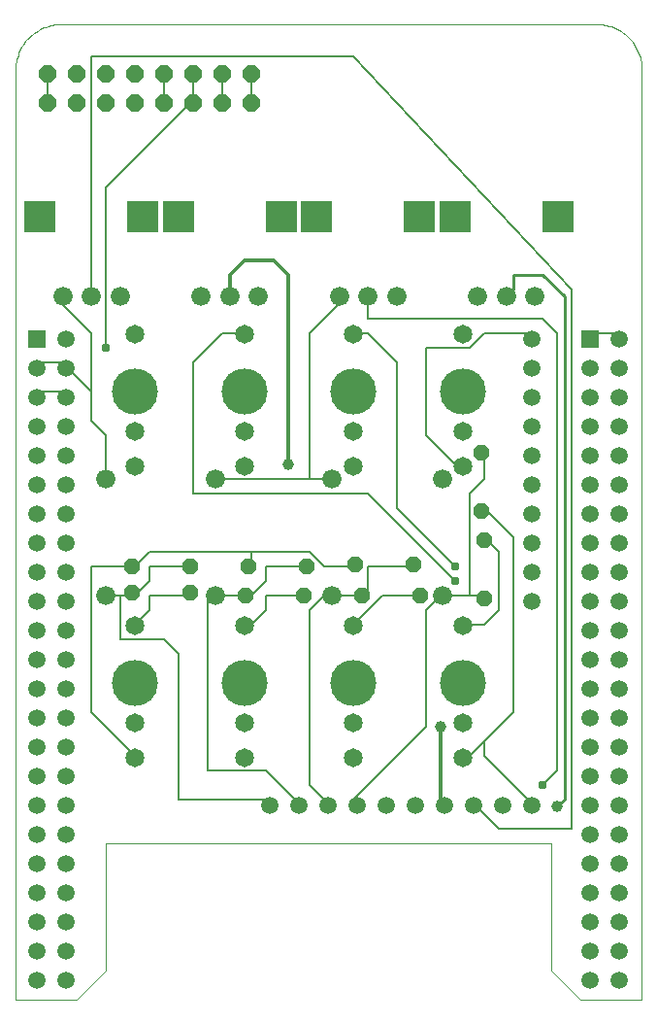
<source format=gtl>
G75*
%MOIN*%
%OFA0B0*%
%FSLAX24Y24*%
%IPPOS*%
%LPD*%
%AMOC8*
5,1,8,0,0,1.08239X$1,22.5*
%
%ADD10C,0.0000*%
%ADD11R,0.0594X0.0594*%
%ADD12C,0.0594*%
%ADD13C,0.0650*%
%ADD14C,0.1581*%
%ADD15OC8,0.0600*%
%ADD16OC8,0.0520*%
%ADD17C,0.0660*%
%ADD18R,0.1102X0.1102*%
%ADD19C,0.0070*%
%ADD20C,0.0100*%
%ADD21C,0.0396*%
%ADD22C,0.0310*%
%ADD23C,0.0120*%
D10*
X000135Y000200D02*
X002235Y000200D01*
X003235Y001200D01*
X003235Y005570D01*
X018535Y005570D01*
X018535Y001200D01*
X019535Y000200D01*
X021635Y000200D01*
X021635Y032070D01*
X021636Y032146D01*
X021632Y032222D01*
X021625Y032297D01*
X021614Y032372D01*
X021600Y032447D01*
X021582Y032521D01*
X021560Y032593D01*
X021535Y032665D01*
X021506Y032735D01*
X021474Y032804D01*
X021439Y032871D01*
X021400Y032936D01*
X021358Y032999D01*
X021313Y033061D01*
X021265Y033119D01*
X021215Y033176D01*
X021161Y033230D01*
X021105Y033281D01*
X021047Y033329D01*
X020986Y033375D01*
X020923Y033417D01*
X020858Y033457D01*
X020791Y033493D01*
X020723Y033525D01*
X020653Y033555D01*
X020582Y033581D01*
X020509Y033603D01*
X020436Y033622D01*
X020361Y033637D01*
X020286Y033648D01*
X020211Y033656D01*
X020135Y033660D01*
X001635Y033660D01*
X001557Y033656D01*
X001479Y033648D01*
X001402Y033636D01*
X001325Y033620D01*
X001249Y033600D01*
X001174Y033576D01*
X001101Y033549D01*
X001029Y033517D01*
X000959Y033483D01*
X000891Y033444D01*
X000824Y033403D01*
X000760Y033358D01*
X000698Y033309D01*
X000639Y033258D01*
X000583Y033204D01*
X000529Y033147D01*
X000478Y033087D01*
X000430Y033025D01*
X000386Y032961D01*
X000345Y032894D01*
X000307Y032826D01*
X000273Y032755D01*
X000242Y032683D01*
X000215Y032609D01*
X000192Y032535D01*
X000173Y032459D01*
X000157Y032382D01*
X000146Y032305D01*
X000138Y032227D01*
X000134Y032148D01*
X000135Y032070D01*
X000135Y000200D01*
D11*
X000875Y022850D03*
X019875Y022850D03*
D12*
X019875Y021850D03*
X019875Y020850D03*
X019875Y019850D03*
X019875Y018850D03*
X019875Y017850D03*
X019875Y016850D03*
X019875Y015850D03*
X019875Y014850D03*
X019875Y013850D03*
X019875Y012850D03*
X019875Y011850D03*
X019875Y010850D03*
X019875Y009850D03*
X019875Y008850D03*
X019875Y007850D03*
X019875Y006850D03*
X019875Y005850D03*
X019875Y004850D03*
X019875Y003850D03*
X019875Y002850D03*
X019875Y001850D03*
X019875Y000850D03*
X020875Y000850D03*
X020875Y001850D03*
X020875Y002850D03*
X020875Y003850D03*
X020875Y004850D03*
X020875Y005850D03*
X020875Y006850D03*
X020875Y007850D03*
X020875Y008850D03*
X020875Y009850D03*
X020875Y010850D03*
X020875Y011850D03*
X020875Y012850D03*
X020875Y013850D03*
X020875Y014850D03*
X020875Y015850D03*
X020875Y016850D03*
X020875Y017850D03*
X020875Y018850D03*
X020875Y019850D03*
X020875Y020850D03*
X020875Y021850D03*
X020875Y022850D03*
X017875Y022850D03*
X017875Y021850D03*
X017875Y020850D03*
X017875Y019850D03*
X017875Y018850D03*
X017875Y017850D03*
X017875Y016850D03*
X017875Y015850D03*
X017875Y014850D03*
X017875Y013850D03*
X017875Y006850D03*
X016875Y006850D03*
X015875Y006850D03*
X014875Y006850D03*
X013875Y006850D03*
X012875Y006850D03*
X011875Y006850D03*
X010875Y006850D03*
X009875Y006850D03*
X008875Y006850D03*
X001875Y006850D03*
X001875Y005850D03*
X001875Y004850D03*
X001875Y003850D03*
X001875Y002850D03*
X001875Y001850D03*
X001875Y000850D03*
X000875Y000850D03*
X000875Y001850D03*
X000875Y002850D03*
X000875Y003850D03*
X000875Y004850D03*
X000875Y005850D03*
X000875Y006850D03*
X000875Y007850D03*
X000875Y008850D03*
X000875Y009850D03*
X000875Y010850D03*
X000875Y011850D03*
X000875Y012850D03*
X000875Y013850D03*
X000875Y014850D03*
X000875Y015850D03*
X000875Y016850D03*
X000875Y017850D03*
X000875Y018850D03*
X000875Y019850D03*
X000875Y020850D03*
X000875Y021850D03*
X001875Y021850D03*
X001875Y020850D03*
X001875Y019850D03*
X001875Y018850D03*
X001875Y017850D03*
X001875Y016850D03*
X001875Y015850D03*
X001875Y014850D03*
X001875Y013850D03*
X001875Y012850D03*
X001875Y011850D03*
X001875Y010850D03*
X001875Y009850D03*
X001875Y008850D03*
X001875Y007850D03*
X001875Y022850D03*
D13*
X004235Y023039D03*
X004235Y019692D03*
X004235Y018511D03*
X004235Y013039D03*
X004235Y009692D03*
X004235Y008511D03*
X007985Y008511D03*
X007985Y009692D03*
X007985Y013039D03*
X007985Y018511D03*
X007985Y019692D03*
X007985Y023039D03*
X011735Y023039D03*
X011735Y019692D03*
X011735Y018511D03*
X011735Y013039D03*
X011735Y009692D03*
X011735Y008511D03*
X015485Y008511D03*
X015485Y009692D03*
X015485Y013039D03*
X015485Y018511D03*
X015485Y019692D03*
X015485Y023039D03*
D14*
X015485Y021070D03*
X011735Y021070D03*
X007985Y021070D03*
X004235Y021070D03*
X004235Y011070D03*
X007985Y011070D03*
X011735Y011070D03*
X015485Y011070D03*
D15*
X008235Y030970D03*
X008235Y031970D03*
X007235Y031970D03*
X007235Y030970D03*
X006235Y030970D03*
X006235Y031970D03*
X005235Y031970D03*
X005235Y030970D03*
X004235Y030970D03*
X004235Y031970D03*
X003235Y031970D03*
X003235Y030970D03*
X002235Y030970D03*
X002235Y031970D03*
X001235Y031970D03*
X001235Y030970D03*
D16*
X004135Y015070D03*
X004135Y014170D03*
X006135Y014170D03*
X006135Y015070D03*
X008035Y014070D03*
X008135Y015070D03*
X010135Y015070D03*
X010035Y014070D03*
X011785Y015120D03*
X012035Y014070D03*
X013785Y015120D03*
X014035Y014070D03*
X016235Y013970D03*
X016235Y015970D03*
X016135Y016970D03*
X016135Y018970D03*
D17*
X014785Y018070D03*
X014785Y014070D03*
X010985Y014070D03*
X010985Y018070D03*
X006985Y018070D03*
X006985Y014070D03*
X003235Y014070D03*
X003235Y018070D03*
X003719Y024314D03*
X002735Y024314D03*
X001751Y024314D03*
X006501Y024314D03*
X007485Y024314D03*
X008469Y024314D03*
X011251Y024314D03*
X012235Y024314D03*
X013219Y024314D03*
X016001Y024314D03*
X016985Y024314D03*
X017969Y024314D03*
D18*
X018757Y027070D03*
X015213Y027070D03*
X014007Y027070D03*
X010463Y027070D03*
X009257Y027070D03*
X005713Y027070D03*
X004507Y027070D03*
X000963Y027070D03*
D19*
X001751Y024314D02*
X001735Y024070D01*
X002735Y023070D01*
X002735Y021070D01*
X001735Y022070D01*
X001875Y021850D01*
X001735Y022070D02*
X000735Y022070D01*
X000875Y021850D01*
X000735Y021070D02*
X000875Y020850D01*
X000735Y021070D02*
X001735Y021070D01*
X001875Y020850D01*
X002735Y021070D02*
X002735Y020070D01*
X003235Y019570D01*
X003235Y018070D01*
X004735Y015570D02*
X008235Y015570D01*
X010235Y015570D01*
X010735Y015070D01*
X011735Y015070D01*
X011785Y015120D01*
X012235Y015070D02*
X012235Y014070D01*
X012035Y014070D01*
X010985Y014070D01*
X010735Y014070D01*
X010235Y013570D01*
X010235Y007570D01*
X010735Y007070D01*
X010875Y006850D01*
X011735Y007070D02*
X011875Y006850D01*
X011735Y007070D02*
X014235Y009570D01*
X014235Y013570D01*
X014735Y014070D01*
X014785Y014070D01*
X015735Y014070D01*
X015735Y017570D01*
X016235Y018070D01*
X016235Y019070D01*
X016135Y018970D01*
X015485Y018511D02*
X015235Y018570D01*
X014235Y019570D01*
X014235Y022570D01*
X015735Y022570D01*
X016235Y023070D01*
X017735Y023070D01*
X017875Y022850D01*
X018235Y023570D02*
X012235Y023570D01*
X012235Y024314D01*
X012235Y023070D02*
X011735Y023070D01*
X011735Y023039D01*
X012235Y023070D02*
X013235Y022070D01*
X013235Y017070D01*
X015235Y015070D01*
X015235Y014570D02*
X012235Y017570D01*
X006235Y017570D01*
X006235Y022070D01*
X007235Y023070D01*
X007735Y023070D01*
X007985Y023039D01*
X010235Y023070D02*
X010235Y018070D01*
X006985Y018070D01*
X008235Y015570D02*
X008235Y015070D01*
X008135Y015070D01*
X008735Y015070D02*
X008735Y014570D01*
X008235Y014070D01*
X008035Y014070D01*
X006985Y014070D01*
X006735Y014070D01*
X006735Y008070D01*
X008735Y008070D01*
X009735Y007070D01*
X009875Y006850D01*
X008875Y006850D02*
X008735Y007070D01*
X005735Y007070D01*
X005735Y012070D01*
X005235Y012570D01*
X003735Y012570D01*
X003735Y014070D01*
X004235Y014070D01*
X004135Y014170D01*
X004235Y014070D02*
X004735Y014570D01*
X004735Y015070D01*
X006135Y015070D01*
X006235Y015070D01*
X006135Y014170D02*
X006235Y014070D01*
X004735Y014070D01*
X004735Y013570D01*
X004235Y013070D01*
X004235Y013039D01*
X003735Y014070D02*
X003235Y014070D01*
X002735Y015070D02*
X002735Y010070D01*
X004235Y008570D01*
X004235Y008511D01*
X007985Y013039D02*
X008235Y013070D01*
X008735Y013570D01*
X008735Y014070D01*
X010035Y014070D01*
X010235Y014070D01*
X010235Y015070D02*
X010135Y015070D01*
X008735Y015070D01*
X010235Y018070D02*
X010985Y018070D01*
X012235Y015070D02*
X013735Y015070D01*
X013785Y015120D01*
X014035Y014070D02*
X014235Y014070D01*
X014035Y014070D02*
X012735Y014070D01*
X011735Y013070D01*
X011735Y013039D01*
X015485Y013039D02*
X015735Y013070D01*
X016235Y013070D01*
X016735Y013570D01*
X016735Y015570D01*
X016235Y016070D01*
X016235Y015970D01*
X017235Y016070D02*
X016235Y017070D01*
X016135Y016970D01*
X017235Y016070D02*
X017235Y010070D01*
X016235Y009070D01*
X016235Y008570D01*
X017735Y007070D01*
X017875Y006850D01*
X018235Y007570D02*
X018735Y008070D01*
X018735Y023070D01*
X018235Y023570D01*
X019235Y024570D02*
X011735Y032570D01*
X002735Y032570D01*
X002735Y024314D01*
X003235Y022570D02*
X003235Y028070D01*
X006235Y031070D01*
X006235Y030970D01*
X006235Y031070D02*
X006235Y031970D01*
X006235Y032070D01*
X005235Y031970D02*
X005235Y030970D01*
X007235Y030970D02*
X007235Y031970D01*
X008235Y031970D02*
X008235Y030970D01*
X011251Y024314D02*
X011235Y024070D01*
X010235Y023070D01*
X004735Y015570D02*
X004235Y015070D01*
X004135Y015070D01*
X002735Y015070D01*
X001235Y030970D02*
X001235Y031970D01*
X015735Y014070D02*
X016235Y014070D01*
X016235Y013970D01*
X016235Y009070D02*
X015735Y008570D01*
X015485Y008511D01*
X015735Y007070D02*
X015875Y006850D01*
X015735Y007070D02*
X016735Y006070D01*
X019235Y006070D01*
X019235Y024570D01*
X019735Y023070D02*
X019875Y022850D01*
X019735Y023070D02*
X020735Y023070D01*
X020875Y022850D01*
D20*
X018985Y024320D02*
X018985Y007070D01*
X018735Y006820D01*
X018985Y024320D02*
X018235Y025070D01*
X017235Y025070D01*
X017235Y024564D01*
X016985Y024314D01*
D21*
X009485Y018570D03*
X014735Y009570D03*
X018735Y006820D03*
D22*
X018235Y007570D03*
X015235Y014570D03*
X015235Y015070D03*
X003235Y022570D03*
D23*
X007485Y024314D02*
X007485Y025070D01*
X007985Y025570D01*
X008985Y025570D01*
X009485Y025070D01*
X009485Y018570D01*
X014735Y009570D02*
X014735Y007070D01*
X014875Y006930D01*
X014875Y006850D01*
M02*

</source>
